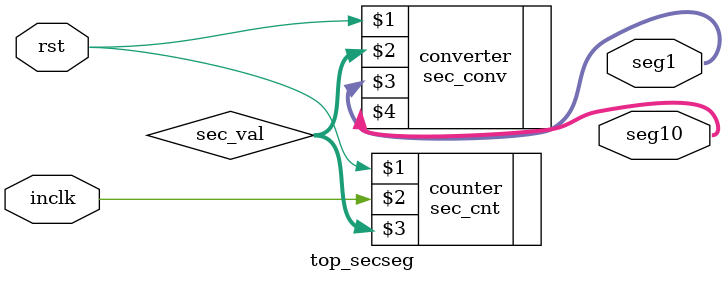
<source format=v>
module top_secseg(rst,inclk,seg1,seg10);

    input rst,inclk;

    output wire [6:0] seg1,seg10;
    wire [5:0] sec_val;

    sec_cnt counter(rst,inclk,sec_val);
    sec_conv converter(rst,sec_val,seg1,seg10);



endmodule //

</source>
